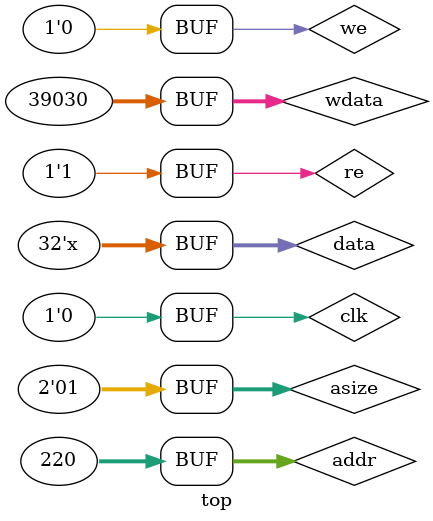
<source format=v>

/*
	This work ("Axolotl³²") is licensed under a Creative Commons
	Attribution-NonCommercial-ShareAlike 4.0 International License:
	
	https://creativecommons.org/licenses/by-nc-sa/4.0/
*/

`include "memories.v"

module top(
);
	reg clk;
	reg[31:0] addr;
	reg[31:0] wdata;
	wire[31:0] data;
	reg[1:0] asize;
	reg we;
	wire re = !we;
	assign data = we ? wdata : 'bz;
	wire alignerr;
	
	aligned_ram #(.addr_width(32), .depth(256)) mem(
		clk,
		re, we,
		asize, addr, data,
		alignerr
	);
	
	initial begin
		asize <= 1;
		
		// Init write.
		#10 addr  <= 'hc0;
		#10 wdata <= 'hcafe;
		#10 we  <= 1;
		#10 clk <= 1;
		$strobe("W %08h = %08h   E(%0d)", addr, data, alignerr);
		#10 we  <= 0;
		#10 clk <= 0;
		
		// Init read.
		#10 addr <= 'hc0;
		$strobe("R %08h = %08h   E(%0d)", addr, data, alignerr);
		
		// Init write.
		#10 addr  <= 'hdc;
		#10 wdata <= 'h9876;
		#10 we  <= 1;
		#10 clk <= 1;
		$strobe("W %08h = %08h   E(%0d)", addr, data, alignerr);
		#10 we  <= 0;
		#10 clk <= 0;
		
		// Init read.
		#10 addr <= 'hdc;
		$strobe("R %08h = %08h   E(%0d)", addr, data, alignerr);
	end
endmodule

</source>
